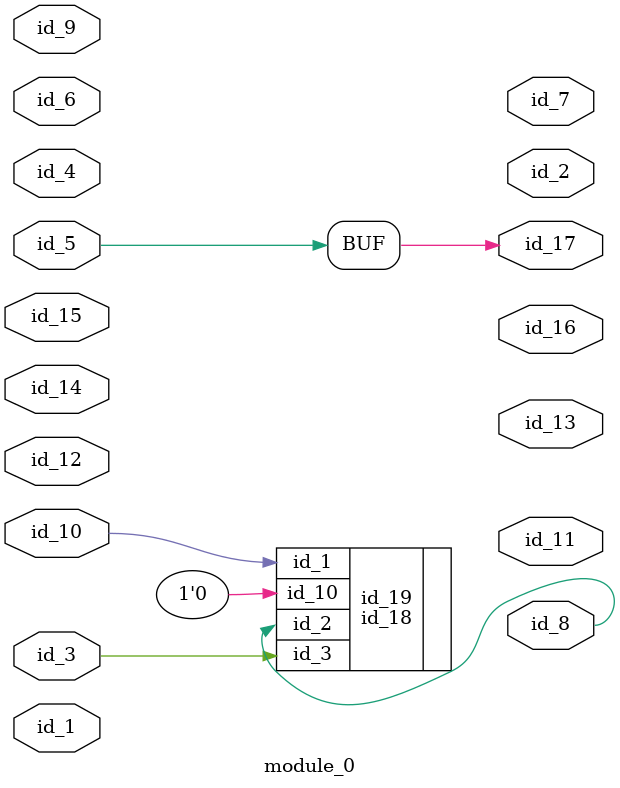
<source format=v>
module module_0 (
    id_1,
    id_2,
    id_3,
    id_4,
    id_5,
    id_6,
    id_7,
    id_8,
    id_9,
    id_10,
    id_11,
    id_12,
    id_13,
    id_14,
    id_15,
    id_16,
    id_17
);
  output id_17;
  output id_16;
  input id_15;
  input id_14;
  output id_13;
  input id_12;
  output id_11;
  input id_10;
  input id_9;
  output id_8;
  output id_7;
  input id_6;
  input id_5;
  input id_4;
  input id_3;
  output id_2;
  input id_1;
  id_18 id_19 (
      .id_2 (id_8),
      .id_1 (id_10),
      .id_3 (id_3),
      .id_10(id_10),
      .id_10(1'h0)
  );
  assign id_5 = id_17;
endmodule

</source>
